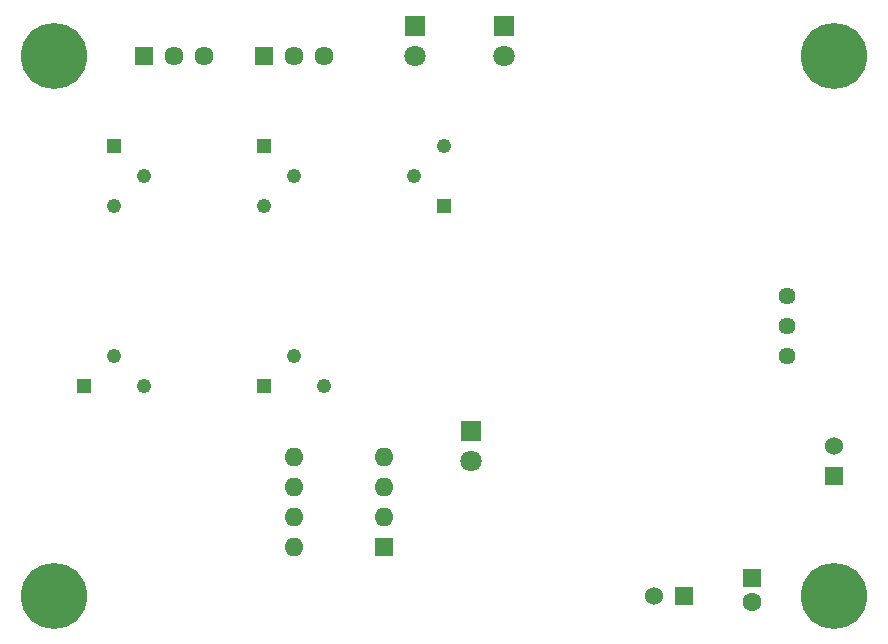
<source format=gbr>
%TF.GenerationSoftware,KiCad,Pcbnew,(6.0.8)*%
%TF.CreationDate,2023-01-11T14:23:47+01:00*%
%TF.ProjectId,BSPD,42535044-2e6b-4696-9361-645f70636258,rev?*%
%TF.SameCoordinates,Original*%
%TF.FileFunction,Soldermask,Bot*%
%TF.FilePolarity,Negative*%
%FSLAX46Y46*%
G04 Gerber Fmt 4.6, Leading zero omitted, Abs format (unit mm)*
G04 Created by KiCad (PCBNEW (6.0.8)) date 2023-01-11 14:23:47*
%MOMM*%
%LPD*%
G01*
G04 APERTURE LIST*
%ADD10C,5.600000*%
%ADD11R,1.530000X1.530000*%
%ADD12C,1.530000*%
%ADD13C,1.440000*%
%ADD14R,1.217000X1.217000*%
%ADD15C,1.217000*%
%ADD16R,1.600000X1.600000*%
%ADD17O,1.600000X1.600000*%
%ADD18R,1.800000X1.800000*%
%ADD19C,1.800000*%
%ADD20C,1.600000*%
%ADD21R,1.610000X1.610000*%
%ADD22C,1.610000*%
G04 APERTURE END LIST*
D10*
%TO.C,REF\u002A\u002A*%
X165100000Y-116840000D03*
%TD*%
%TO.C,REF\u002A\u002A*%
X99060000Y-71120000D03*
%TD*%
D11*
%TO.C,J4*%
X152400000Y-116840000D03*
D12*
X149860000Y-116840000D03*
%TD*%
D13*
%TO.C,U1*%
X161136000Y-91501500D03*
X161136000Y-94041500D03*
X161136000Y-96581500D03*
%TD*%
D14*
%TO.C,RV5*%
X116840000Y-99060000D03*
D15*
X119380000Y-96520000D03*
X121920000Y-99060000D03*
%TD*%
D16*
%TO.C,TI1*%
X127008945Y-112718181D03*
D17*
X127008945Y-110178181D03*
X127008945Y-107638181D03*
X127008945Y-105098181D03*
X119388945Y-105098181D03*
X119388945Y-107638181D03*
X119388945Y-110178181D03*
X119388945Y-112718181D03*
%TD*%
D18*
%TO.C,D1*%
X134330177Y-102896180D03*
D19*
X134330177Y-105436180D03*
%TD*%
D10*
%TO.C,REF\u002A\u002A*%
X165100000Y-71120000D03*
%TD*%
D14*
%TO.C,RV1*%
X104140000Y-78740000D03*
D15*
X106680000Y-81280000D03*
X104140000Y-83820000D03*
%TD*%
D14*
%TO.C,RV4*%
X101600000Y-99060000D03*
D15*
X104140000Y-96520000D03*
X106680000Y-99060000D03*
%TD*%
D14*
%TO.C,RV2*%
X116840000Y-78740000D03*
D15*
X119380000Y-81280000D03*
X116840000Y-83820000D03*
%TD*%
D10*
%TO.C,REF\u002A\u002A*%
X99060000Y-116840000D03*
%TD*%
D18*
%TO.C,D2*%
X137160000Y-68580000D03*
D19*
X137160000Y-71120000D03*
%TD*%
D11*
%TO.C,J3*%
X165100000Y-106680000D03*
D12*
X165100000Y-104140000D03*
%TD*%
D18*
%TO.C,D3*%
X129579341Y-68580000D03*
D19*
X129579341Y-71120000D03*
%TD*%
D16*
%TO.C,C5*%
X158103366Y-115370154D03*
D20*
X158103366Y-117370154D03*
%TD*%
D21*
%TO.C,J2*%
X116840000Y-71120000D03*
D22*
X119380000Y-71120000D03*
X121920000Y-71120000D03*
%TD*%
D14*
%TO.C,RV3*%
X132080000Y-83820000D03*
D15*
X129540000Y-81280000D03*
X132080000Y-78740000D03*
%TD*%
D21*
%TO.C,J1*%
X106680000Y-71120000D03*
D22*
X109220000Y-71120000D03*
X111760000Y-71120000D03*
%TD*%
M02*

</source>
